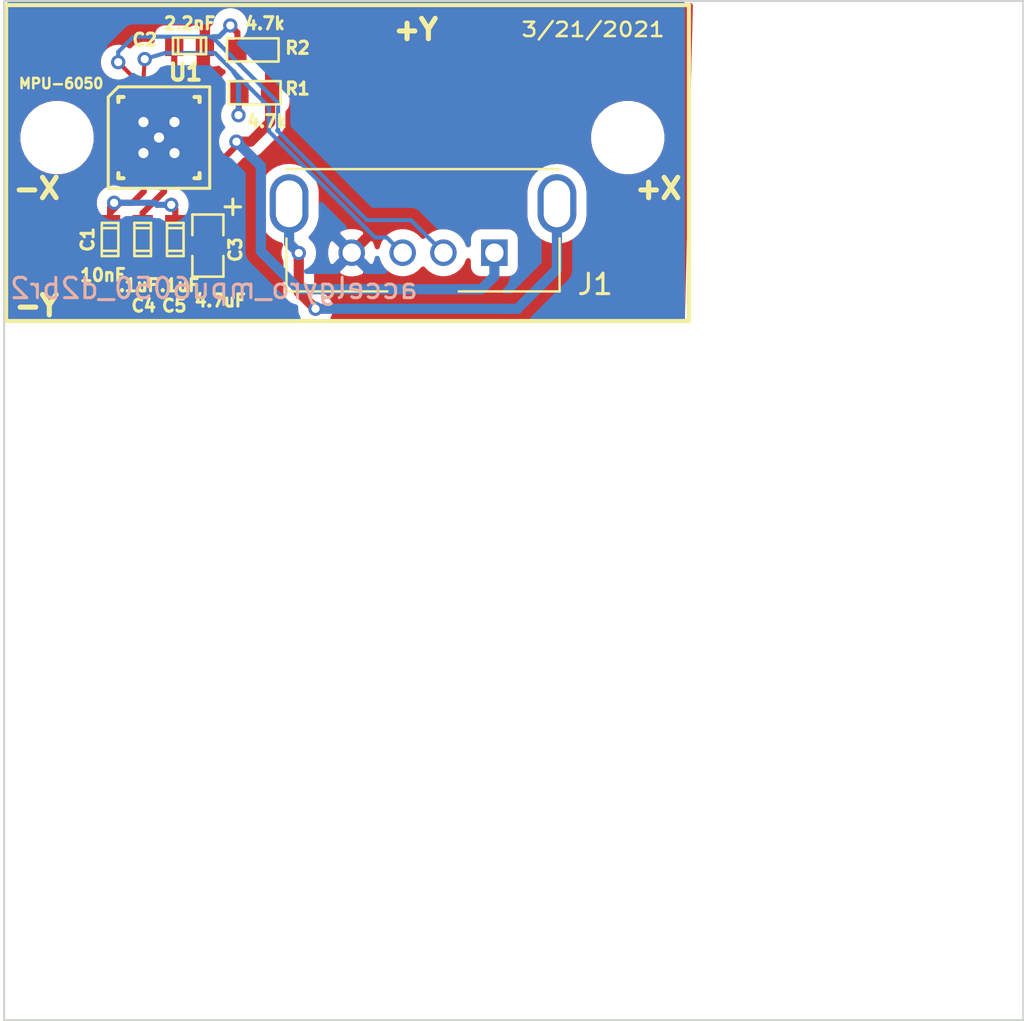
<source format=kicad_pcb>
(kicad_pcb (version 20171130) (host pcbnew 5.1.9-73d0e3b20d~88~ubuntu18.04.1)

  (general
    (thickness 1.6)
    (drawings 14)
    (tracks 110)
    (zones 0)
    (modules 11)
    (nets 1)
  )

  (page A)
  (layers
    (0 F.Cu signal)
    (31 B.Cu signal)
    (32 B.Adhes user)
    (33 F.Adhes user)
    (34 B.Paste user)
    (35 F.Paste user)
    (36 B.SilkS user)
    (37 F.SilkS user)
    (38 B.Mask user)
    (39 F.Mask user)
    (40 Dwgs.User user)
    (41 Cmts.User user)
    (42 Eco1.User user)
    (43 Eco2.User user)
    (44 Edge.Cuts user)
  )

  (setup
    (last_trace_width 0.5)
    (user_trace_width 0.1)
    (user_trace_width 0.15)
    (user_trace_width 0.2)
    (user_trace_width 0.25)
    (user_trace_width 0.3)
    (user_trace_width 0.35)
    (user_trace_width 0.4)
    (user_trace_width 0.5)
    (user_trace_width 0.6)
    (user_trace_width 0.7)
    (user_trace_width 0.8)
    (user_trace_width 1)
    (trace_clearance 0.05)
    (zone_clearance 0.5)
    (zone_45_only no)
    (trace_min 0.1)
    (via_size 0.7)
    (via_drill 0.4)
    (via_min_size 0.7)
    (via_min_drill 0.4)
    (uvia_size 0.4)
    (uvia_drill 0.127)
    (uvias_allowed no)
    (uvia_min_size 0.4)
    (uvia_min_drill 0.127)
    (edge_width 0.1)
    (segment_width 0.2)
    (pcb_text_width 0.3)
    (pcb_text_size 1.5 1.5)
    (mod_edge_width 0.15)
    (mod_text_size 1 1)
    (mod_text_width 0.15)
    (pad_size 0.6 0.6)
    (pad_drill 0.3)
    (pad_to_mask_clearance 0)
    (aux_axis_origin 0 0)
    (visible_elements 7FFFFFFF)
    (pcbplotparams
      (layerselection 0x010fc_ffffffff)
      (usegerberextensions true)
      (usegerberattributes false)
      (usegerberadvancedattributes false)
      (creategerberjobfile false)
      (excludeedgelayer true)
      (linewidth 0.150000)
      (plotframeref false)
      (viasonmask false)
      (mode 1)
      (useauxorigin false)
      (hpglpennumber 1)
      (hpglpenspeed 20)
      (hpglpendiameter 15.000000)
      (psnegative false)
      (psa4output false)
      (plotreference true)
      (plotvalue true)
      (plotinvisibletext false)
      (padsonsilk false)
      (subtractmaskfromsilk false)
      (outputformat 1)
      (mirror false)
      (drillshape 0)
      (scaleselection 1)
      (outputdirectory "PCB/"))
  )

  (net 0 "")

  (net_class Default "This is the default net class."
    (clearance 0.05)
    (trace_width 0.5)
    (via_dia 0.7)
    (via_drill 0.4)
    (uvia_dia 0.4)
    (uvia_drill 0.127)
  )

  (module ted_capacitors:TED_SM0603_C (layer F.Cu) (tedit 5BF5AC1A) (tstamp 60582293)
    (at 143.4 103.7 270)
    (descr "SMT capacitor, 0603")
    (path /57C65F54)
    (fp_text reference C5 (at 3.25 0.05) (layer F.SilkS)
      (effects (font (size 0.6 0.6) (thickness 0.15)))
    )
    (fp_text value .1uF (at 2.25 -0.2) (layer F.SilkS)
      (effects (font (size 0.6 0.6) (thickness 0.15)))
    )
    (fp_line (start -0.8128 0.4064) (end -0.8128 -0.4064) (layer F.SilkS) (width 0.127))
    (fp_line (start 0.8128 0.4064) (end -0.8128 0.4064) (layer F.SilkS) (width 0.127))
    (fp_line (start 0.8128 -0.4064) (end 0.8128 0.4064) (layer F.SilkS) (width 0.127))
    (fp_line (start -0.8128 -0.4064) (end 0.8128 -0.4064) (layer F.SilkS) (width 0.127))
    (fp_line (start -0.5588 -0.381) (end -0.5588 0.4064) (layer F.SilkS) (width 0.127))
    (fp_line (start 0.5588 0.4064) (end 0.5588 -0.4064) (layer F.SilkS) (width 0.127))
    (pad 1 smd rect (at -0.75184 0 270) (size 0.89916 1.00076) (layers F.Cu F.Paste F.Mask)
      (clearance 0.1))
    (pad 2 smd rect (at 0.75184 0 270) (size 0.89916 1.00076) (layers F.Cu F.Paste F.Mask)
      (clearance 0.1))
    (model smd/capacitors/c_0603.wrl
      (at (xyz 0 0 0))
      (scale (xyz 1 1 1))
      (rotate (xyz 0 0 0))
    )
  )

  (module ted_ICs:TED_QFN24+1_NO_PASTE (layer F.Cu) (tedit 5BF5AA04) (tstamp 60582264)
    (at 142.6 98.7)
    (path /57C65137)
    (fp_text reference U1 (at 1.3 -3.2) (layer F.SilkS)
      (effects (font (size 0.8 0.8) (thickness 0.2)))
    )
    (fp_text value MPU-6050 (at -4.8 -2.65) (layer F.SilkS)
      (effects (font (size 0.5 0.5) (thickness 0.125)))
    )
    (fp_line (start 2.4892 -2.4892) (end 2.4892 2.4892) (layer F.SilkS) (width 0.14986))
    (fp_line (start 2.4892 2.4892) (end -2.4892 2.4892) (layer F.SilkS) (width 0.14986))
    (fp_line (start 1.99136 -1.99136) (end 1.99136 -1.74244) (layer F.SilkS) (width 0.20066))
    (fp_line (start 1.74244 -1.99136) (end 1.99136 -1.99136) (layer F.SilkS) (width 0.20066))
    (fp_line (start 1.99136 1.99136) (end 1.74244 1.99136) (layer F.SilkS) (width 0.20066))
    (fp_line (start 1.99136 1.74244) (end 1.99136 1.99136) (layer F.SilkS) (width 0.20066))
    (fp_line (start -1.99136 1.99136) (end -1.99136 1.74244) (layer F.SilkS) (width 0.20066))
    (fp_line (start -1.74244 1.99136) (end -1.99136 1.99136) (layer F.SilkS) (width 0.20066))
    (fp_line (start -1.99136 -1.99136) (end -1.74244 -1.99136) (layer F.SilkS) (width 0.20066))
    (fp_line (start -1.99136 -1.74244) (end -1.99136 -1.99136) (layer F.SilkS) (width 0.20066))
    (fp_line (start -2.4892 -1.99136) (end -1.99136 -2.4892) (layer F.SilkS) (width 0.14986))
    (fp_line (start -2.4892 -1.99136) (end -2.4892 2.4892) (layer F.SilkS) (width 0.14986))
    (fp_line (start -1.99136 -2.4892) (end 2.4892 -2.4892) (layer F.SilkS) (width 0.14986))
    (pad 25 smd rect (at 0 0 270) (size 2.49936 2.49936) (layers B.Cu B.Mask)
      (zone_connect 2))
    (pad 25 thru_hole circle (at -0.762 0.762 270) (size 0.6 0.6) (drill 0.5) (layers *.Cu)
      (zone_connect 2))
    (pad 25 thru_hole circle (at 0.762 0.762 270) (size 0.6 0.6) (drill 0.5) (layers *.Cu)
      (zone_connect 2))
    (pad 25 thru_hole circle (at -0.762 -0.762 270) (size 0.6 0.6) (drill 0.5) (layers *.Cu)
      (zone_connect 2))
    (pad 25 thru_hole circle (at 0.762 -0.762 270) (size 0.6 0.6) (drill 0.5) (layers *.Cu)
      (zone_connect 2))
    (pad 25 thru_hole circle (at 0 0 270) (size 0.6 0.6) (drill 0.5) (layers *.Cu)
      (zone_connect 2))
    (pad 24 smd oval (at -1.24968 -1.99898 270) (size 0.8001 0.24892) (layers F.Cu F.Paste F.Mask))
    (pad 23 smd oval (at -0.7493 -1.99898 270) (size 0.8001 0.24892) (layers F.Cu F.Paste F.Mask))
    (pad 22 smd oval (at -0.24892 -1.99898 270) (size 0.8001 0.24892) (layers F.Cu F.Paste F.Mask))
    (pad 21 smd oval (at 0.24892 -1.99898 270) (size 0.8001 0.24892) (layers F.Cu F.Paste F.Mask))
    (pad 20 smd oval (at 0.7493 -1.99898 270) (size 0.8001 0.24892) (layers F.Cu F.Paste F.Mask))
    (pad 19 smd oval (at 1.24968 -1.99898 270) (size 0.8001 0.24892) (layers F.Cu F.Paste F.Mask))
    (pad 18 smd oval (at 1.99898 -1.24968 180) (size 0.8001 0.24892) (layers F.Cu F.Paste F.Mask))
    (pad 17 smd oval (at 1.99898 -0.7493 180) (size 0.8001 0.24892) (layers F.Cu F.Paste F.Mask))
    (pad 16 smd oval (at 1.99898 -0.24892 180) (size 0.8001 0.24892) (layers F.Cu F.Paste F.Mask))
    (pad 15 smd oval (at 1.99898 0.24892 180) (size 0.8001 0.24892) (layers F.Cu F.Paste F.Mask))
    (pad 14 smd oval (at 1.99898 0.7493 180) (size 0.8001 0.24892) (layers F.Cu F.Paste F.Mask))
    (pad 13 smd oval (at 1.99898 1.24968 180) (size 0.8001 0.24892) (layers F.Cu F.Paste F.Mask))
    (pad 12 smd oval (at 1.24968 1.99898 90) (size 0.8001 0.24892) (layers F.Cu F.Paste F.Mask))
    (pad 11 smd oval (at 0.7493 1.99898 90) (size 0.8001 0.24892) (layers F.Cu F.Paste F.Mask))
    (pad 10 smd oval (at 0.24892 1.99898 90) (size 0.8001 0.24892) (layers F.Cu F.Paste F.Mask))
    (pad 9 smd oval (at -0.24892 1.99898 90) (size 0.8001 0.24892) (layers F.Cu F.Paste F.Mask))
    (pad 8 smd oval (at -0.7493 1.99898 90) (size 0.8001 0.24892) (layers F.Cu F.Paste F.Mask))
    (pad 7 smd oval (at -1.24968 1.99898 90) (size 0.8001 0.24892) (layers F.Cu F.Paste F.Mask))
    (pad 6 smd oval (at -1.99898 1.24968) (size 0.8001 0.24892) (layers F.Cu F.Paste F.Mask))
    (pad 5 smd oval (at -1.99898 0.7493) (size 0.8001 0.24892) (layers F.Cu F.Paste F.Mask))
    (pad 4 smd oval (at -1.99898 0.24892) (size 0.8001 0.24892) (layers F.Cu F.Paste F.Mask))
    (pad 3 smd oval (at -1.99898 -0.24892) (size 0.8001 0.24892) (layers F.Cu F.Paste F.Mask))
    (pad 2 smd oval (at -1.99898 -0.7493) (size 0.8001 0.24892) (layers F.Cu F.Paste F.Mask))
    (pad 1 smd oval (at -1.99898 -1.24968) (size 0.8001 0.24892) (layers F.Cu F.Paste F.Mask))
    (pad 25 smd rect (at 0 0 270) (size 2.49936 2.49936) (layers F.Cu F.Mask)
      (zone_connect 2))
    (model smd/qfn24.wrl
      (at (xyz 0 0 0))
      (scale (xyz 1 1 1))
      (rotate (xyz 0 0 0))
    )
  )

  (module ted_holes:TED_Hole_2_6mm (layer F.Cu) (tedit 0) (tstamp 6058224D)
    (at 165.6 98.7)
    (path /539CBE67)
    (fp_text reference H2 (at -0.05 -2.425) (layer F.SilkS) hide
      (effects (font (size 1 1) (thickness 0.15)))
    )
    (fp_text value HOLE (at 0.25 2.6) (layer F.SilkS) hide
      (effects (font (size 1 1) (thickness 0.15)))
    )
    (pad "" np_thru_hole circle (at 0 0) (size 2.6 2.6) (drill 2.6) (layers *.Cu *.Mask F.SilkS))
  )

  (module ted_capacitors:TED_SM0603_C (layer F.Cu) (tedit 5BF5AC1D) (tstamp 60582241)
    (at 141.8 103.7 270)
    (descr "SMT capacitor, 0603")
    (path /52A5541B)
    (fp_text reference C4 (at 3.25 -0.05) (layer F.SilkS)
      (effects (font (size 0.6 0.6) (thickness 0.15)))
    )
    (fp_text value .1uF (at 2.25 0.2) (layer F.SilkS)
      (effects (font (size 0.6 0.6) (thickness 0.15)))
    )
    (fp_line (start -0.8128 0.4064) (end -0.8128 -0.4064) (layer F.SilkS) (width 0.127))
    (fp_line (start 0.8128 0.4064) (end -0.8128 0.4064) (layer F.SilkS) (width 0.127))
    (fp_line (start 0.8128 -0.4064) (end 0.8128 0.4064) (layer F.SilkS) (width 0.127))
    (fp_line (start -0.8128 -0.4064) (end 0.8128 -0.4064) (layer F.SilkS) (width 0.127))
    (fp_line (start -0.5588 -0.381) (end -0.5588 0.4064) (layer F.SilkS) (width 0.127))
    (fp_line (start 0.5588 0.4064) (end 0.5588 -0.4064) (layer F.SilkS) (width 0.127))
    (pad 1 smd rect (at -0.75184 0 270) (size 0.89916 1.00076) (layers F.Cu F.Paste F.Mask)
      (clearance 0.1))
    (pad 2 smd rect (at 0.75184 0 270) (size 0.89916 1.00076) (layers F.Cu F.Paste F.Mask)
      (clearance 0.1))
    (model smd/capacitors/c_0603.wrl
      (at (xyz 0 0 0))
      (scale (xyz 1 1 1))
      (rotate (xyz 0 0 0))
    )
  )

  (module ted_resistors:TED_SM0603_R (layer F.Cu) (tedit 590515EF) (tstamp 60582213)
    (at 147.2 94.4 180)
    (descr "SMT resistor, 0603")
    (path /606043D1)
    (fp_text reference R2 (at -2.2 0.1) (layer F.SilkS)
      (effects (font (size 0.6 0.6) (thickness 0.15)))
    )
    (fp_text value 4.7k (at -0.6 1.3) (layer F.SilkS)
      (effects (font (size 0.6 0.6) (thickness 0.15)))
    )
    (fp_line (start -1.27 -0.57) (end -1.27 0.57) (layer F.SilkS) (width 0.127))
    (fp_line (start 1.27 -0.57) (end 1.27 0.57) (layer F.SilkS) (width 0.127))
    (fp_line (start -1.25 -0.57) (end 1.25 -0.57) (layer F.SilkS) (width 0.127))
    (fp_line (start 1.25 0.57) (end -1.25 0.57) (layer F.SilkS) (width 0.127))
    (pad 2 smd rect (at 0.75184 0 180) (size 0.89916 1.00076) (layers F.Cu F.Paste F.Mask)
      (clearance 0.1))
    (pad 1 smd rect (at -0.75184 0 180) (size 0.89916 1.00076) (layers F.Cu F.Paste F.Mask)
      (clearance 0.1))
    (model smd/capacitors/c_0603.wrl
      (at (xyz 0 0 0))
      (scale (xyz 1 1 1))
      (rotate (xyz 0 0 0))
    )
  )

  (module ted_capacitors:TED_SM0603_C (layer F.Cu) (tedit 5BF5AC07) (tstamp 60582203)
    (at 140.2 103.7 270)
    (descr "SMT capacitor, 0603")
    (path /52959381)
    (fp_text reference C1 (at 0 1.1 270) (layer F.SilkS)
      (effects (font (size 0.6 0.6) (thickness 0.15)))
    )
    (fp_text value 10nF (at 1.75 0.35) (layer F.SilkS)
      (effects (font (size 0.6 0.6) (thickness 0.15)))
    )
    (fp_line (start -0.8128 0.4064) (end -0.8128 -0.4064) (layer F.SilkS) (width 0.127))
    (fp_line (start 0.8128 0.4064) (end -0.8128 0.4064) (layer F.SilkS) (width 0.127))
    (fp_line (start 0.8128 -0.4064) (end 0.8128 0.4064) (layer F.SilkS) (width 0.127))
    (fp_line (start -0.8128 -0.4064) (end 0.8128 -0.4064) (layer F.SilkS) (width 0.127))
    (fp_line (start -0.5588 -0.381) (end -0.5588 0.4064) (layer F.SilkS) (width 0.127))
    (fp_line (start 0.5588 0.4064) (end 0.5588 -0.4064) (layer F.SilkS) (width 0.127))
    (pad 1 smd rect (at -0.75184 0 270) (size 0.89916 1.00076) (layers F.Cu F.Paste F.Mask)
      (clearance 0.1))
    (pad 2 smd rect (at 0.75184 0 270) (size 0.89916 1.00076) (layers F.Cu F.Paste F.Mask)
      (clearance 0.1))
    (model smd/capacitors/c_0603.wrl
      (at (xyz 0 0 0))
      (scale (xyz 1 1 1))
      (rotate (xyz 0 0 0))
    )
  )

  (module ted_capacitors:TED_SM2012_0805_ELEC_C (layer F.Cu) (tedit 5BF5ABDC) (tstamp 605821F5)
    (at 145 104 270)
    (path /54A72EF7)
    (attr smd)
    (fp_text reference C3 (at 0.2 -1.35 270) (layer F.SilkS)
      (effects (font (size 0.6 0.6) (thickness 0.15)))
    )
    (fp_text value 4.7uF (at 2.7 -0.6 180) (layer F.SilkS)
      (effects (font (size 0.6 0.6) (thickness 0.15)))
    )
    (fp_line (start 1.524 0.762) (end 0.508 0.762) (layer F.SilkS) (width 0.127))
    (fp_line (start 1.524 -0.762) (end 1.524 0.762) (layer F.SilkS) (width 0.127))
    (fp_line (start 0.508 -0.762) (end 1.524 -0.762) (layer F.SilkS) (width 0.127))
    (fp_line (start -1.524 -0.762) (end -0.508 -0.762) (layer F.SilkS) (width 0.127))
    (fp_line (start -1.524 0.762) (end -1.524 -0.762) (layer F.SilkS) (width 0.127))
    (fp_line (start -0.508 0.762) (end -1.524 0.762) (layer F.SilkS) (width 0.127))
    (fp_text user + (at -1.9 -1.15 270) (layer F.SilkS)
      (effects (font (size 1 1) (thickness 0.15)))
    )
    (pad 2 smd rect (at 0.9525 0 270) (size 0.889 1.397) (layers F.Cu F.Paste F.Mask))
    (pad 1 smd rect (at -0.9525 0 270) (size 0.889 1.397) (layers F.Cu F.Paste F.Mask))
    (model smd/chip_cms.wrl
      (at (xyz 0 0 0))
      (scale (xyz 0.1 0.1 0.1))
      (rotate (xyz 0 0 0))
    )
  )

  (module ted_connectors:TED_USB_A_VERTICAL (layer F.Cu) (tedit 5FD3189F) (tstamp 605821D0)
    (at 155.556 103.348 180)
    (descr https://www.molex.com/pdm_docs/sd/1050570001_sd.pdf)
    (tags "USB A Vertical")
    (path /60286078)
    (fp_text reference J1 (at -8.444 -2.552) (layer F.SilkS)
      (effects (font (size 1 1) (thickness 0.15)))
    )
    (fp_text value USB_A (at 0 4.4) (layer F.Fab)
      (effects (font (size 1 1) (thickness 0.15)))
    )
    (fp_line (start 6.7 3.1) (end -6.7 3.1) (layer F.SilkS) (width 0.12))
    (fp_line (start 6.7 -2.9) (end 1.75 -2.9) (layer F.SilkS) (width 0.12))
    (fp_line (start 6.7 -2.9) (end 6.7 -0.3) (layer F.SilkS) (width 0.12))
    (fp_line (start -6.7 -2.9) (end -6.7 -0.3) (layer F.SilkS) (width 0.12))
    (fp_line (start -6.7 -2.9) (end -1.75 -2.9) (layer F.SilkS) (width 0.12))
    (fp_line (start 6.55 2.96) (end -2.85 2.96) (layer F.Fab) (width 0.1))
    (fp_line (start -4.15 2.96) (end -6.55 2.96) (layer F.Fab) (width 0.1))
    (fp_line (start -3.5 2.2) (end -2.85 2.96) (layer F.Fab) (width 0.1))
    (fp_line (start -4.15 2.96) (end -3.5 2.2) (layer F.Fab) (width 0.1))
    (fp_line (start -8.02 -4.23) (end 8.02 -4.23) (layer F.CrtYd) (width 0.05))
    (fp_line (start -8.02 3.46) (end -8.02 -4.23) (layer F.CrtYd) (width 0.05))
    (fp_line (start 8.02 3.46) (end -8.02 3.46) (layer F.CrtYd) (width 0.05))
    (fp_line (start 8.02 -4.23) (end 8.02 3.46) (layer F.CrtYd) (width 0.05))
    (fp_line (start -6.55 2.96) (end -6.55 -2.76) (layer F.Fab) (width 0.1))
    (fp_line (start 6.55 -2.76) (end 6.55 2.96) (layer F.Fab) (width 0.1))
    (fp_line (start -6.55 -2.76) (end 6.55 -2.76) (layer F.Fab) (width 0.1))
    (fp_text user %R (at -0.05 -0.15) (layer F.Fab)
      (effects (font (size 1 1) (thickness 0.15)))
    )
    (pad 5 thru_hole oval (at 6.57 1.4 180) (size 1.9 2.9) (drill oval 1.3 2.3) (layers *.Cu *.Mask))
    (pad 5 thru_hole oval (at -6.57 1.4) (size 1.9 2.9) (drill oval 1.3 2.3) (layers *.Cu *.Mask))
    (pad 4 thru_hole circle (at 3.5 -1 180) (size 1.3 1.3) (drill 0.9) (layers *.Cu *.Mask))
    (pad 3 thru_hole circle (at 1 -1 180) (size 1.3 1.3) (drill 0.9) (layers *.Cu *.Mask))
    (pad 2 thru_hole circle (at -1 -1 180) (size 1.3 1.3) (drill 0.9) (layers *.Cu *.Mask))
    (pad 1 thru_hole rect (at -3.5 -1 180) (size 1.3 1.3) (drill 0.9) (layers *.Cu *.Mask))
    (model ${KISYS3DMOD}/Connector_USB.3dshapes/USB_A_Molex_105057_Vertical.wrl
      (at (xyz 0 0 0))
      (scale (xyz 1 1 1))
      (rotate (xyz 0 0 0))
    )
  )

  (module ted_holes:TED_Hole_2_6mm (layer F.Cu) (tedit 0) (tstamp 605821B8)
    (at 137.6 98.7)
    (path /5365C78C)
    (fp_text reference H1 (at -0.05 -2.425) (layer F.SilkS) hide
      (effects (font (size 1 1) (thickness 0.15)))
    )
    (fp_text value HOLE (at 0.25 2.6) (layer F.SilkS) hide
      (effects (font (size 1 1) (thickness 0.15)))
    )
    (pad "" np_thru_hole circle (at 0 0) (size 2.6 2.6) (drill 2.6) (layers *.Cu *.Mask F.SilkS))
  )

  (module ted_resistors:TED_SM0603_R (layer F.Cu) (tedit 590515EF) (tstamp 6058219C)
    (at 147.3 96.5 180)
    (descr "SMT resistor, 0603")
    (path /60600AFC)
    (fp_text reference R1 (at -2.1 0.2) (layer F.SilkS)
      (effects (font (size 0.6 0.6) (thickness 0.15)))
    )
    (fp_text value 4.7k (at -0.6 -1.4) (layer F.SilkS)
      (effects (font (size 0.6 0.6) (thickness 0.15)))
    )
    (fp_line (start 1.25 0.57) (end -1.25 0.57) (layer F.SilkS) (width 0.127))
    (fp_line (start -1.25 -0.57) (end 1.25 -0.57) (layer F.SilkS) (width 0.127))
    (fp_line (start 1.27 -0.57) (end 1.27 0.57) (layer F.SilkS) (width 0.127))
    (fp_line (start -1.27 -0.57) (end -1.27 0.57) (layer F.SilkS) (width 0.127))
    (pad 1 smd rect (at -0.75184 0 180) (size 0.89916 1.00076) (layers F.Cu F.Paste F.Mask)
      (clearance 0.1))
    (pad 2 smd rect (at 0.75184 0 180) (size 0.89916 1.00076) (layers F.Cu F.Paste F.Mask)
      (clearance 0.1))
    (model smd/capacitors/c_0603.wrl
      (at (xyz 0 0 0))
      (scale (xyz 1 1 1))
      (rotate (xyz 0 0 0))
    )
  )

  (module ted_capacitors:TED_SM0603_C (layer F.Cu) (tedit 5BF5AA08) (tstamp 6058218C)
    (at 144.1 94.2)
    (descr "SMT capacitor, 0603")
    (path /57C66146)
    (fp_text reference C2 (at -2.2 -0.3) (layer F.SilkS)
      (effects (font (size 0.6 0.6) (thickness 0.15)))
    )
    (fp_text value 2.2nF (at 0 -1.1 180) (layer F.SilkS)
      (effects (font (size 0.6 0.6) (thickness 0.15)))
    )
    (fp_line (start -0.8128 0.4064) (end -0.8128 -0.4064) (layer F.SilkS) (width 0.127))
    (fp_line (start 0.8128 0.4064) (end -0.8128 0.4064) (layer F.SilkS) (width 0.127))
    (fp_line (start 0.8128 -0.4064) (end 0.8128 0.4064) (layer F.SilkS) (width 0.127))
    (fp_line (start -0.8128 -0.4064) (end 0.8128 -0.4064) (layer F.SilkS) (width 0.127))
    (fp_line (start -0.5588 -0.381) (end -0.5588 0.4064) (layer F.SilkS) (width 0.127))
    (fp_line (start 0.5588 0.4064) (end 0.5588 -0.4064) (layer F.SilkS) (width 0.127))
    (pad 1 smd rect (at -0.75184 0) (size 0.89916 1.00076) (layers F.Cu F.Paste F.Mask)
      (clearance 0.1))
    (pad 2 smd rect (at 0.75184 0) (size 0.89916 1.00076) (layers F.Cu F.Paste F.Mask)
      (clearance 0.1))
    (model smd/capacitors/c_0603.wrl
      (at (xyz 0 0 0))
      (scale (xyz 1 1 1))
      (rotate (xyz 0 0 0))
    )
  )

  (gr_line (start 135.1 107.7) (end 168.6 107.7) (angle 90) (layer F.SilkS) (width 0.2) (tstamp 6058225C))
  (gr_line (start 168.6 92.2) (end 135.1 92.2) (angle 90) (layer F.SilkS) (width 0.2) (tstamp 6058224C))
  (gr_text +Y (at 155.2 93.4) (layer F.SilkS) (tstamp 60582240)
    (effects (font (size 1 1) (thickness 0.25)))
  )
  (gr_text -Y (at 136.6 106.95) (layer F.SilkS) (tstamp 60582238)
    (effects (font (size 1 1) (thickness 0.25)))
  )
  (gr_line (start 135.1 92.2) (end 135.1 107.7) (angle 90) (layer F.SilkS) (width 0.2) (tstamp 60582228))
  (gr_text accelgyro_mpu6050_d2br2 (at 145.3 106.1) (layer B.SilkS) (tstamp 6058221D)
    (effects (font (size 1 1) (thickness 0.15)) (justify mirror))
  )
  (gr_text +X (at 167.1 101.2) (layer F.SilkS) (tstamp 60582201)
    (effects (font (size 1 1) (thickness 0.25)))
  )
  (gr_text -X (at 136.6 101.2) (layer F.SilkS) (tstamp 605821EF)
    (effects (font (size 1 1) (thickness 0.25)))
  )
  (gr_text 3/21/2021 (at 163.9 93.4) (layer F.SilkS) (tstamp 605821CF)
    (effects (font (size 0.7 0.8) (thickness 0.125)))
  )
  (gr_line (start 168.6 107.7) (end 168.6 92.2) (angle 90) (layer F.SilkS) (width 0.2) (tstamp 6058218B))
  (gr_line (start 135 142) (end 185 142) (angle 90) (layer Edge.Cuts) (width 0.1))
  (gr_line (start 185 92) (end 185 142) (angle 90) (layer Edge.Cuts) (width 0.1))
  (gr_line (start 135 92) (end 185 92) (angle 90) (layer Edge.Cuts) (width 0.1))
  (gr_line (start 135 92) (end 135 142) (angle 90) (layer Edge.Cuts) (width 0.1))

  (segment (start 143.4 105.9) (end 143.4 104.45184) (width 0.5) (layer F.Cu) (net 0) (tstamp 60582198) (status 20))
  (segment (start 143.65 106.15) (end 143.4 105.9) (width 0.5) (layer F.Cu) (net 0) (tstamp 60582199))
  (segment (start 144.59898 97.45032) (end 143.99893 97.45032) (width 0.2) (layer F.Cu) (net 0) (tstamp 6058219A) (status 10))
  (segment (start 141.35032 97.45032) (end 141.838 97.938) (width 0.2) (layer F.Cu) (net 0) (tstamp 6058219B) (status 30))
  (segment (start 142.05 106.15) (end 141.8 105.9) (width 0.5) (layer F.Cu) (net 0) (tstamp 605821AA))
  (segment (start 144.15 106.15) (end 142.9 106.15) (width 0.5) (layer F.Cu) (net 0) (tstamp 605821AD))
  (segment (start 140.60102 97.45032) (end 141.35032 97.45032) (width 0.2) (layer F.Cu) (net 0) (tstamp 605821AF) (status 30))
  (segment (start 142.35108 98.94892) (end 142.6 98.7) (width 0.2) (layer F.Cu) (net 0) (tstamp 605821B0) (status 30))
  (segment (start 142.9 106.15) (end 140.85 106.15) (width 0.5) (layer F.Cu) (net 0) (tstamp 605821B4))
  (segment (start 141.8 105.9) (end 141.8 104.45184) (width 0.5) (layer F.Cu) (net 0) (tstamp 605821BD) (status 20))
  (segment (start 144.59898 97.45032) (end 144.59898 94.45286) (width 0.3) (layer F.Cu) (net 0) (tstamp 605821C2))
  (segment (start 142.9 106.15) (end 142.05 106.15) (width 0.5) (layer F.Cu) (net 0) (tstamp 605821EE))
  (segment (start 140.2 105.5) (end 140.2 104.45184) (width 0.5) (layer F.Cu) (net 0) (tstamp 6058220F) (status 20))
  (segment (start 143.99893 97.45032) (end 142.74925 98.7) (width 0.2) (layer F.Cu) (net 0) (tstamp 60582210) (status 20))
  (segment (start 142.74925 98.7) (end 142.6 98.7) (width 0.2) (layer F.Cu) (net 0) (tstamp 6058221C) (status 30))
  (segment (start 143.3493 100.69898) (end 143.3493 99.4493) (width 0.2) (layer F.Cu) (net 0) (tstamp 6058221F) (status 30))
  (segment (start 143.84968 97.45032) (end 142.6 98.7) (width 0.3) (layer F.Cu) (net 0) (tstamp 60582226) (status 30))
  (segment (start 142.35108 100.69898) (end 142.35108 98.94892) (width 0.2) (layer F.Cu) (net 0) (tstamp 60582230) (status 30))
  (segment (start 143.3493 99.4493) (end 142.6 98.7) (width 0.2) (layer F.Cu) (net 0) (tstamp 60582231) (status 30))
  (segment (start 145 105.897) (end 145 104.9525) (width 0.5) (layer F.Cu) (net 0) (tstamp 60582236) (status 20))
  (segment (start 145 105.897) (end 144.747 106.15) (width 0.5) (layer F.Cu) (net 0) (tstamp 60582237))
  (segment (start 141.35032 97.45032) (end 142.6 98.7) (width 0.3) (layer F.Cu) (net 0) (tstamp 6058223A) (status 30))
  (segment (start 144.15 106.15) (end 143.65 106.15) (width 0.5) (layer F.Cu) (net 0) (tstamp 6058223F))
  (segment (start 144.747 106.15) (end 144.15 106.15) (width 0.5) (layer F.Cu) (net 0) (tstamp 60582253))
  (segment (start 144.59898 94.45286) (end 144.85184 94.2) (width 0.3) (layer F.Cu) (net 0) (tstamp 60582257))
  (segment (start 140.85 106.15) (end 140.2 105.5) (width 0.5) (layer F.Cu) (net 0) (tstamp 60582260))
  (via (at 146.5 97.6) (size 0.7) (drill 0.4) (layers F.Cu B.Cu) (net 0) (tstamp 605821B2))
  (segment (start 154.556 104.348) (end 154.524 104.348) (width 0.2) (layer B.Cu) (net 0) (tstamp 605821B5) (status 30))
  (segment (start 148 98.4) (end 148 97.2) (width 0.2) (layer B.Cu) (net 0) (tstamp 605821B6))
  (segment (start 146.25 95.45) (end 145.35 94.55) (width 0.2) (layer B.Cu) (net 0) (tstamp 605821BC))
  (segment (start 154.524 104.348) (end 153.778 103.602) (width 0.2) (layer B.Cu) (net 0) (tstamp 605821C4) (status 10))
  (segment (start 146.54816 96.5) (end 146.5 97.6) (width 0.3) (layer F.Cu) (net 0) (tstamp 605821F3))
  (segment (start 153.778 103.602) (end 153.202 103.602) (width 0.2) (layer B.Cu) (net 0) (tstamp 60582202))
  (segment (start 148 97.2) (end 146.25 95.45) (width 0.2) (layer B.Cu) (net 0) (tstamp 6058221E))
  (via (at 141.9 94.85) (size 0.7) (drill 0.4) (layers F.Cu B.Cu) (net 0) (tstamp 60582221))
  (segment (start 145.35 94.55) (end 142.9 94.55) (width 0.2) (layer B.Cu) (net 0) (tstamp 60582222))
  (segment (start 146.5 97.6) (end 146.5 95.8) (width 0.25) (layer B.Cu) (net 0) (tstamp 60582224))
  (segment (start 142.9 94.55) (end 141.9 94.85) (width 0.2) (layer B.Cu) (net 0) (tstamp 60582227))
  (segment (start 141.8507 95.5993) (end 141.8507 96.70102) (width 0.2) (layer F.Cu) (net 0) (tstamp 60582229) (status 20))
  (segment (start 146.5 95.8) (end 146.25 95.45) (width 0.25) (layer B.Cu) (net 0) (tstamp 6058222A))
  (segment (start 141.9 94.85) (end 141.8507 95.5993) (width 0.2) (layer F.Cu) (net 0) (tstamp 6058225B))
  (segment (start 153.202 103.602) (end 148 98.4) (width 0.2) (layer B.Cu) (net 0) (tstamp 60582263))
  (segment (start 145.25 93.75) (end 145.25 93.804) (width 0.2) (layer B.Cu) (net 0) (tstamp 605821A8))
  (segment (start 148.444 96.998) (end 148.444 98.306) (width 0.2) (layer B.Cu) (net 0) (tstamp 605821B3))
  (segment (start 141.35 93.75) (end 140.6 94.5) (width 0.2) (layer B.Cu) (net 0) (tstamp 605821B7))
  (segment (start 145.55 93.75) (end 145.25 93.75) (width 0.25) (layer B.Cu) (net 0) (tstamp 605821C5))
  (segment (start 145.25 93.75) (end 141.35 93.75) (width 0.2) (layer B.Cu) (net 0) (tstamp 605821CB))
  (via (at 140.6 95) (size 0.7) (drill 0.4) (layers F.Cu B.Cu) (net 0) (tstamp 605821CC))
  (segment (start 146.44816 93.54816) (end 146.1 93.2) (width 0.3) (layer F.Cu) (net 0) (tstamp 605821EC))
  (segment (start 146.1 93.2) (end 145.55 93.75) (width 0.25) (layer B.Cu) (net 0) (tstamp 605821ED))
  (segment (start 148.444 98.306) (end 148.4 98.35) (width 0.2) (layer B.Cu) (net 0) (tstamp 605821F0))
  (segment (start 152.8 102.75) (end 148.4 98.35) (width 0.2) (layer B.Cu) (net 0) (tstamp 605821F1))
  (segment (start 146.44816 94.4) (end 146.44816 93.54816) (width 0.3) (layer F.Cu) (net 0) (tstamp 60582220))
  (segment (start 141.35032 95.75032) (end 141.35032 96.70102) (width 0.2) (layer F.Cu) (net 0) (tstamp 6058222D) (status 20))
  (segment (start 140.6 95) (end 141.35032 95.75032) (width 0.2) (layer F.Cu) (net 0) (tstamp 60582234))
  (segment (start 153.614 102.75) (end 152.8 102.75) (width 0.2) (layer B.Cu) (net 0) (tstamp 60582235))
  (segment (start 145.25 93.804) (end 148.444 96.998) (width 0.2) (layer B.Cu) (net 0) (tstamp 60582252))
  (segment (start 140.6 94.5) (end 140.6 95) (width 0.2) (layer B.Cu) (net 0) (tstamp 60582255))
  (segment (start 154.958 102.75) (end 156.556 104.348) (width 0.2) (layer B.Cu) (net 0) (tstamp 60582256) (status 20))
  (via (at 146.1 93.2) (size 0.7) (drill 0.4) (layers F.Cu B.Cu) (net 0) (tstamp 6058225F))
  (segment (start 153.614 102.75) (end 154.958 102.75) (width 0.2) (layer B.Cu) (net 0) (tstamp 60582261))
  (segment (start 145.55032 99.94968) (end 146.5 99) (width 0.3) (layer F.Cu) (net 0) (tstamp 60582189))
  (segment (start 145 101.2) (end 145 103.0475) (width 0.3) (layer F.Cu) (net 0) (tstamp 60582197) (status 20))
  (segment (start 148.05184 97.94816) (end 148.05184 96.5) (width 0.5) (layer F.Cu) (net 0) (tstamp 605821A5))
  (segment (start 146.4 98.9) (end 147.6 100.1) (width 0.5) (layer B.Cu) (net 0) (tstamp 605821A6))
  (segment (start 140.2 102.1) (end 140.4 101.9) (width 0.3) (layer F.Cu) (net 0) (tstamp 605821A7))
  (segment (start 140.2 102.94816) (end 140.2 102.1) (width 0.3) (layer F.Cu) (net 0) (tstamp 605821A9) (status 10))
  (segment (start 142.5 102) (end 143.2 102) (width 0.3) (layer B.Cu) (net 0) (tstamp 605821AB))
  (via (at 143.2 102) (size 0.7) (drill 0.4) (layers F.Cu B.Cu) (net 0) (tstamp 605821AC))
  (segment (start 159.056 104.348) (end 159.056 105.498) (width 0.5) (layer B.Cu) (net 0) (tstamp 605821C0) (status 10))
  (segment (start 144.59898 99.94968) (end 145.55032 99.94968) (width 0.3) (layer F.Cu) (net 0) (tstamp 605821C1) (status 10))
  (segment (start 144.59898 99.94968) (end 144.59898 100.79898) (width 0.3) (layer F.Cu) (net 0) (tstamp 605821C6) (status 10))
  (segment (start 147.6 100.1) (end 147.6 104.282) (width 0.5) (layer B.Cu) (net 0) (tstamp 605821C7))
  (segment (start 142.4 101.9) (end 142.5 102) (width 0.3) (layer B.Cu) (net 0) (tstamp 605821CA))
  (segment (start 147.6 104.282) (end 149.46 106.142) (width 0.5) (layer B.Cu) (net 0) (tstamp 605821CE))
  (segment (start 159.056 105.498) (end 158.412 106.142) (width 0.5) (layer B.Cu) (net 0) (tstamp 605821EA))
  (segment (start 140.4 101.9) (end 142.4 101.9) (width 0.3) (layer B.Cu) (net 0) (tstamp 605821F4))
  (segment (start 140.2 102.4) (end 140.2 102.94816) (width 0.3) (layer F.Cu) (net 0) (tstamp 6058220E) (status 20))
  (segment (start 140.7 101.9) (end 140.2 102.4) (width 0.3) (layer F.Cu) (net 0) (tstamp 60582212))
  (segment (start 141.8507 101.3493) (end 141.3 101.9) (width 0.3) (layer F.Cu) (net 0) (tstamp 60582223))
  (segment (start 145 103.0475) (end 143.49934 103.0475) (width 0.3) (layer F.Cu) (net 0) (tstamp 60582225) (status 30))
  (segment (start 143.2 102) (end 143.4 102.2) (width 0.3) (layer F.Cu) (net 0) (tstamp 6058222B))
  (segment (start 143.4 102.2) (end 143.4 102.94816) (width 0.3) (layer F.Cu) (net 0) (tstamp 6058222C) (status 20))
  (segment (start 158.412 106.142) (end 157.588 106.142) (width 0.5) (layer B.Cu) (net 0) (tstamp 6058222E))
  (segment (start 148.05184 96.5) (end 148.05184 94.5) (width 0.5) (layer F.Cu) (net 0) (tstamp 6058222F))
  (via (at 140.4 101.9) (size 0.7) (drill 0.4) (layers F.Cu B.Cu) (net 0) (tstamp 60582239))
  (segment (start 148.05184 94.5) (end 147.95184 94.4) (width 0.5) (layer F.Cu) (net 0) (tstamp 6058223B))
  (segment (start 141.8507 100.69898) (end 141.8507 101.3493) (width 0.3) (layer F.Cu) (net 0) (tstamp 6058223C) (status 10))
  (segment (start 149.46 106.142) (end 157.588 106.142) (width 0.5) (layer B.Cu) (net 0) (tstamp 6058223D))
  (segment (start 144.59898 100.79898) (end 145 101.2) (width 0.3) (layer F.Cu) (net 0) (tstamp 6058223E))
  (segment (start 147.1 98.9) (end 148.05184 97.94816) (width 0.5) (layer F.Cu) (net 0) (tstamp 60582251))
  (via (at 146.4 98.9) (size 0.7) (drill 0.4) (layers F.Cu B.Cu) (net 0) (tstamp 60582254))
  (segment (start 141.3 101.9) (end 140.7 101.9) (width 0.3) (layer F.Cu) (net 0) (tstamp 60582258))
  (segment (start 146.4 98.9) (end 147.1 98.9) (width 0.5) (layer F.Cu) (net 0) (tstamp 6058225E))
  (segment (start 143.49934 103.0475) (end 143.4 102.94816) (width 0.3) (layer F.Cu) (net 0) (tstamp 60582262) (status 30))
  (segment (start 143.3493 96.70102) (end 143.3493 94.20114) (width 0.3) (layer F.Cu) (net 0) (tstamp 605821BE) (status 30))
  (segment (start 143.3493 94.20114) (end 143.34816 94.2) (width 0.3) (layer F.Cu) (net 0) (tstamp 605821BF) (status 30))
  (segment (start 142.84892 100.69898) (end 142.84892 101.35108) (width 0.3) (layer F.Cu) (net 0) (tstamp 605821C3) (status 10))
  (segment (start 142.84892 101.35108) (end 141.8 102.4) (width 0.3) (layer F.Cu) (net 0) (tstamp 605821CD))
  (segment (start 141.8 102.4) (end 141.8 102.94816) (width 0.3) (layer F.Cu) (net 0) (tstamp 60582259) (status 20))
  (segment (start 150.28 107.1) (end 159.816 107.1) (width 0.5) (layer B.Cu) (net 0) (tstamp 6058218A))
  (segment (start 148.986 103.89) (end 149.46 104.364) (width 0.5) (layer B.Cu) (net 0) (tstamp 605821AE))
  (segment (start 149.46 104.364) (end 149.46 106.28) (width 0.5) (layer F.Cu) (net 0) (tstamp 605821B1))
  (segment (start 160.186 107.1) (end 162.126 105.16) (width 0.5) (layer B.Cu) (net 0) (tstamp 605821C8))
  (via (at 150.28 107.1) (size 0.7) (drill 0.4) (layers F.Cu B.Cu) (net 0) (tstamp 605821C9))
  (segment (start 162.126 105.16) (end 162.126 101.948) (width 0.5) (layer B.Cu) (net 0) (tstamp 605821F2) (status 20))
  (segment (start 159.816 107.1) (end 160.186 107.1) (width 0.5) (layer B.Cu) (net 0) (tstamp 60582211))
  (segment (start 149.46 106.28) (end 150.28 107.1) (width 0.5) (layer F.Cu) (net 0) (tstamp 60582232))
  (segment (start 148.986 101.948) (end 148.986 103.89) (width 0.5) (layer B.Cu) (net 0) (tstamp 60582233) (status 10))
  (via (at 149.46 104.364) (size 0.7) (drill 0.4) (layers F.Cu B.Cu) (net 0) (tstamp 6058225D))

  (zone (net 0) (net_name "") (layer B.Cu) (tstamp 6058225A) (hatch edge 0.508)
    (connect_pads (clearance 0.5))
    (min_thickness 0.254)
    (fill yes (arc_segments 16) (thermal_gap 0.508) (thermal_bridge_width 0.508))
    (polygon
      (pts
        (xy 134.8 92) (xy 168.4 92) (xy 168.4 107.7) (xy 134.8 107.7)
      )
    )
    (filled_polygon
      (pts
        (xy 168.273 107.573) (xy 160.953265 107.573) (xy 162.715669 105.810596) (xy 162.749133 105.783133) (xy 162.858727 105.649592)
        (xy 162.940162 105.497237) (xy 162.99031 105.331922) (xy 163.003 105.203079) (xy 163.003 105.20307) (xy 163.007242 105.160001)
        (xy 163.003 105.116931) (xy 163.003 103.767375) (xy 163.006373 103.765572) (xy 163.246503 103.568503) (xy 163.443572 103.328373)
        (xy 163.590007 103.054412) (xy 163.680182 102.757146) (xy 163.703 102.525469) (xy 163.703 101.370531) (xy 163.680182 101.138854)
        (xy 163.590007 100.841588) (xy 163.443572 100.567627) (xy 163.246503 100.327497) (xy 163.006372 100.130428) (xy 162.732411 99.983993)
        (xy 162.435145 99.893818) (xy 162.126 99.86337) (xy 161.816854 99.893818) (xy 161.519588 99.983993) (xy 161.245627 100.130428)
        (xy 161.005497 100.327497) (xy 160.808428 100.567628) (xy 160.661993 100.841589) (xy 160.571818 101.138855) (xy 160.549 101.370532)
        (xy 160.549 102.525469) (xy 160.571818 102.757146) (xy 160.661993 103.054412) (xy 160.808428 103.328373) (xy 161.005498 103.568503)
        (xy 161.245628 103.765572) (xy 161.249 103.767375) (xy 161.249 104.796735) (xy 159.822735 106.223) (xy 159.571265 106.223)
        (xy 159.645668 106.148597) (xy 159.679133 106.121133) (xy 159.788727 105.987592) (xy 159.870162 105.835237) (xy 159.92031 105.669922)
        (xy 159.922313 105.649591) (xy 159.928607 105.585686) (xy 159.947103 105.580075) (xy 160.056028 105.521853) (xy 160.151501 105.443501)
        (xy 160.229853 105.348028) (xy 160.288075 105.239103) (xy 160.323927 105.120913) (xy 160.336033 104.998) (xy 160.336033 103.698)
        (xy 160.323927 103.575087) (xy 160.288075 103.456897) (xy 160.229853 103.347972) (xy 160.151501 103.252499) (xy 160.056028 103.174147)
        (xy 159.947103 103.115925) (xy 159.828913 103.080073) (xy 159.706 103.067967) (xy 158.406 103.067967) (xy 158.283087 103.080073)
        (xy 158.164897 103.115925) (xy 158.055972 103.174147) (xy 157.960499 103.252499) (xy 157.882147 103.347972) (xy 157.823925 103.456897)
        (xy 157.788073 103.575087) (xy 157.775967 103.698) (xy 157.775967 103.956298) (xy 157.687663 103.743114) (xy 157.547911 103.53396)
        (xy 157.37004 103.356089) (xy 157.160886 103.216337) (xy 156.928487 103.120074) (xy 156.681774 103.071) (xy 156.430226 103.071)
        (xy 156.327555 103.091422) (xy 155.497326 102.261194) (xy 155.474554 102.233446) (xy 155.363853 102.142597) (xy 155.237557 102.07509)
        (xy 155.100517 102.03352) (xy 154.993708 102.023) (xy 154.958 102.019483) (xy 154.922292 102.023) (xy 153.101134 102.023)
        (xy 149.58834 98.510207) (xy 163.673 98.510207) (xy 163.673 98.889793) (xy 163.747053 99.262085) (xy 163.892315 99.612777)
        (xy 164.103201 99.928391) (xy 164.371609 100.196799) (xy 164.687223 100.407685) (xy 165.037915 100.552947) (xy 165.410207 100.627)
        (xy 165.789793 100.627) (xy 166.162085 100.552947) (xy 166.512777 100.407685) (xy 166.828391 100.196799) (xy 167.096799 99.928391)
        (xy 167.307685 99.612777) (xy 167.452947 99.262085) (xy 167.527 98.889793) (xy 167.527 98.510207) (xy 167.452947 98.137915)
        (xy 167.307685 97.787223) (xy 167.096799 97.471609) (xy 166.828391 97.203201) (xy 166.512777 96.992315) (xy 166.162085 96.847053)
        (xy 165.789793 96.773) (xy 165.410207 96.773) (xy 165.037915 96.847053) (xy 164.687223 96.992315) (xy 164.371609 97.203201)
        (xy 164.103201 97.471609) (xy 163.892315 97.787223) (xy 163.747053 98.137915) (xy 163.673 98.510207) (xy 149.58834 98.510207)
        (xy 149.171 98.092868) (xy 149.171 97.033707) (xy 149.174517 96.997999) (xy 149.16048 96.855482) (xy 149.11891 96.718443)
        (xy 149.115029 96.711182) (xy 149.051403 96.592147) (xy 148.960553 96.481446) (xy 148.932816 96.458683) (xy 146.546629 94.072497)
        (xy 146.562783 94.065806) (xy 146.722801 93.958885) (xy 146.858885 93.822801) (xy 146.965806 93.662783) (xy 147.039454 93.48498)
        (xy 147.077 93.296226) (xy 147.077 93.103774) (xy 147.039454 92.91502) (xy 146.965806 92.737217) (xy 146.858885 92.577199)
        (xy 146.722801 92.441115) (xy 146.562783 92.334194) (xy 146.38498 92.260546) (xy 146.196226 92.223) (xy 146.003774 92.223)
        (xy 145.81502 92.260546) (xy 145.637217 92.334194) (xy 145.477199 92.441115) (xy 145.341115 92.577199) (xy 145.234194 92.737217)
        (xy 145.160546 92.91502) (xy 145.142661 93.004934) (xy 145.102582 93.008881) (xy 145.056039 93.023) (xy 141.385707 93.023)
        (xy 141.349999 93.019483) (xy 141.207482 93.03352) (xy 141.175587 93.043195) (xy 141.070443 93.07509) (xy 140.944147 93.142597)
        (xy 140.833446 93.233446) (xy 140.810679 93.261189) (xy 140.111189 93.960679) (xy 140.083446 93.983447) (xy 139.992597 94.094148)
        (xy 139.933511 94.204689) (xy 139.92509 94.220444) (xy 139.893399 94.324915) (xy 139.841115 94.377199) (xy 139.734194 94.537217)
        (xy 139.660546 94.71502) (xy 139.623 94.903774) (xy 139.623 95.096226) (xy 139.660546 95.28498) (xy 139.734194 95.462783)
        (xy 139.841115 95.622801) (xy 139.977199 95.758885) (xy 140.137217 95.865806) (xy 140.31502 95.939454) (xy 140.503774 95.977)
        (xy 140.696226 95.977) (xy 140.88498 95.939454) (xy 141.062783 95.865806) (xy 141.222801 95.758885) (xy 141.334508 95.647178)
        (xy 141.437217 95.715806) (xy 141.61502 95.789454) (xy 141.803774 95.827) (xy 141.996226 95.827) (xy 142.18498 95.789454)
        (xy 142.362783 95.715806) (xy 142.522801 95.608885) (xy 142.658885 95.472801) (xy 142.735316 95.358415) (xy 143.006698 95.277)
        (xy 145.048868 95.277) (xy 145.599944 95.828076) (xy 145.616603 95.857033) (xy 145.748001 96.04099) (xy 145.748 96.970314)
        (xy 145.741115 96.977199) (xy 145.634194 97.137217) (xy 145.560546 97.31502) (xy 145.523 97.503774) (xy 145.523 97.696226)
        (xy 145.560546 97.88498) (xy 145.634194 98.062783) (xy 145.722849 98.195465) (xy 145.641115 98.277199) (xy 145.534194 98.437217)
        (xy 145.460546 98.61502) (xy 145.423 98.803774) (xy 145.423 98.996226) (xy 145.460546 99.18498) (xy 145.534194 99.362783)
        (xy 145.641115 99.522801) (xy 145.777199 99.658885) (xy 145.937217 99.765806) (xy 146.087995 99.82826) (xy 146.723 100.463265)
        (xy 146.723001 104.238911) (xy 146.718757 104.282) (xy 146.73569 104.453922) (xy 146.785838 104.619236) (xy 146.867274 104.771592)
        (xy 146.949406 104.871671) (xy 146.949409 104.871674) (xy 146.976868 104.905133) (xy 147.010327 104.932592) (xy 148.809403 106.731668)
        (xy 148.836867 106.765133) (xy 148.970408 106.874727) (xy 149.122763 106.956162) (xy 149.288078 107.00631) (xy 149.303 107.00778)
        (xy 149.303 107.196226) (xy 149.340546 107.38498) (xy 149.414194 107.562783) (xy 149.421021 107.573) (xy 135.277 107.573)
        (xy 135.277 101.803774) (xy 139.423 101.803774) (xy 139.423 101.996226) (xy 139.460546 102.18498) (xy 139.534194 102.362783)
        (xy 139.641115 102.522801) (xy 139.777199 102.658885) (xy 139.937217 102.765806) (xy 140.11502 102.839454) (xy 140.303774 102.877)
        (xy 140.496226 102.877) (xy 140.68498 102.839454) (xy 140.862783 102.765806) (xy 140.99569 102.677) (xy 142.118287 102.677)
        (xy 142.201216 102.721327) (xy 142.347681 102.765757) (xy 142.461834 102.777) (xy 142.461844 102.777) (xy 142.499999 102.780758)
        (xy 142.538155 102.777) (xy 142.60431 102.777) (xy 142.737217 102.865806) (xy 142.91502 102.939454) (xy 143.103774 102.977)
        (xy 143.296226 102.977) (xy 143.48498 102.939454) (xy 143.662783 102.865806) (xy 143.822801 102.758885) (xy 143.958885 102.622801)
        (xy 144.065806 102.462783) (xy 144.139454 102.28498) (xy 144.177 102.096226) (xy 144.177 101.903774) (xy 144.139454 101.71502)
        (xy 144.065806 101.537217) (xy 143.958885 101.377199) (xy 143.822801 101.241115) (xy 143.662783 101.134194) (xy 143.48498 101.060546)
        (xy 143.296226 101.023) (xy 143.103774 101.023) (xy 142.91502 101.060546) (xy 142.737217 101.134194) (xy 142.679434 101.172803)
        (xy 142.552319 101.134243) (xy 142.438166 101.123) (xy 142.438163 101.123) (xy 142.4 101.119241) (xy 142.361837 101.123)
        (xy 140.99569 101.123) (xy 140.862783 101.034194) (xy 140.68498 100.960546) (xy 140.496226 100.923) (xy 140.303774 100.923)
        (xy 140.11502 100.960546) (xy 139.937217 101.034194) (xy 139.777199 101.141115) (xy 139.641115 101.277199) (xy 139.534194 101.437217)
        (xy 139.460546 101.61502) (xy 139.423 101.803774) (xy 135.277 101.803774) (xy 135.277 98.510207) (xy 135.673 98.510207)
        (xy 135.673 98.889793) (xy 135.747053 99.262085) (xy 135.892315 99.612777) (xy 136.103201 99.928391) (xy 136.371609 100.196799)
        (xy 136.687223 100.407685) (xy 137.037915 100.552947) (xy 137.410207 100.627) (xy 137.789793 100.627) (xy 138.162085 100.552947)
        (xy 138.512777 100.407685) (xy 138.828391 100.196799) (xy 139.096799 99.928391) (xy 139.307685 99.612777) (xy 139.452947 99.262085)
        (xy 139.527 98.889793) (xy 139.527 98.510207) (xy 139.452947 98.137915) (xy 139.307685 97.787223) (xy 139.096799 97.471609)
        (xy 138.828391 97.203201) (xy 138.512777 96.992315) (xy 138.162085 96.847053) (xy 137.789793 96.773) (xy 137.410207 96.773)
        (xy 137.037915 96.847053) (xy 136.687223 96.992315) (xy 136.371609 97.203201) (xy 136.103201 97.471609) (xy 135.892315 97.787223)
        (xy 135.747053 98.137915) (xy 135.673 98.510207) (xy 135.277 98.510207) (xy 135.277 92.127) (xy 168.273 92.127)
      )
    )
    (filled_polygon
      (pts
        (xy 151.686497 103.11463) (xy 151.492104 103.186422) (xy 151.403466 103.233799) (xy 151.350078 103.462473) (xy 152.056 104.168395)
        (xy 152.070143 104.154253) (xy 152.249748 104.333858) (xy 152.235605 104.348) (xy 152.941527 105.053922) (xy 153.170201 105.000534)
        (xy 153.276095 104.770626) (xy 153.309953 104.629386) (xy 153.328074 104.720487) (xy 153.424337 104.952886) (xy 153.564089 105.16204)
        (xy 153.667049 105.265) (xy 152.754574 105.265) (xy 152.761922 105.233527) (xy 152.056 104.527605) (xy 151.350078 105.233527)
        (xy 151.357426 105.265) (xy 149.837817 105.265) (xy 149.922783 105.229806) (xy 150.082801 105.122885) (xy 150.218885 104.986801)
        (xy 150.325806 104.826783) (xy 150.399454 104.64898) (xy 150.437 104.460226) (xy 150.437 104.424455) (xy 150.767048 104.424455)
        (xy 150.80673 104.674449) (xy 150.894422 104.911896) (xy 150.941799 105.000534) (xy 151.170473 105.053922) (xy 151.876395 104.348)
        (xy 151.170473 103.642078) (xy 150.941799 103.695466) (xy 150.835905 103.925374) (xy 150.776898 104.171524) (xy 150.767048 104.424455)
        (xy 150.437 104.424455) (xy 150.437 104.267774) (xy 150.399454 104.07902) (xy 150.325806 103.901217) (xy 150.218885 103.741199)
        (xy 150.082801 103.605115) (xy 150.071275 103.597414) (xy 150.106503 103.568503) (xy 150.303572 103.328373) (xy 150.450007 103.054412)
        (xy 150.540182 102.757146) (xy 150.563 102.525469) (xy 150.563 101.991133)
      )
    )
  )
  (zone (net 0) (net_name "") (layer F.Cu) (tstamp 605821EB) (hatch edge 0.508)
    (connect_pads (clearance 0.5))
    (min_thickness 0.254)
    (fill yes (arc_segments 16) (thermal_gap 0.508) (thermal_bridge_width 0.508))
    (polygon
      (pts
        (xy 135.2 92.1) (xy 134.8 107.7) (xy 168.4 107.7) (xy 168.8 92.1)
      )
    )
    (filled_polygon
      (pts
        (xy 145.81502 92.260546) (xy 145.637217 92.334194) (xy 145.477199 92.441115) (xy 145.341115 92.577199) (xy 145.234194 92.737217)
        (xy 145.160546 92.91502) (xy 145.129099 93.073111) (xy 144.97884 93.22337) (xy 144.97884 94.073) (xy 144.99884 94.073)
        (xy 144.99884 94.327) (xy 144.97884 94.327) (xy 144.97884 95.17663) (xy 145.13759 95.33538) (xy 145.30142 95.338452)
        (xy 145.425902 95.326192) (xy 145.514792 95.299228) (xy 145.553079 95.345881) (xy 145.648552 95.424233) (xy 145.747137 95.476928)
        (xy 145.653079 95.554119) (xy 145.574727 95.649592) (xy 145.516505 95.758517) (xy 145.480653 95.876707) (xy 145.468547 95.99962)
        (xy 145.468547 96.965494) (xy 145.4021 96.889409) (xy 145.282535 96.797271) (xy 145.147293 96.730229) (xy 145.00157 96.69086)
        (xy 144.60114 96.69086) (xy 144.60114 96.388523) (xy 144.590266 96.278118) (xy 144.547297 96.136468) (xy 144.477519 96.005922)
        (xy 144.383613 95.891497) (xy 144.269188 95.797591) (xy 144.138642 95.727813) (xy 144.1263 95.724069) (xy 144.1263 95.272895)
        (xy 144.15808 95.289882) (xy 144.277778 95.326192) (xy 144.40226 95.338452) (xy 144.56609 95.33538) (xy 144.72484 95.17663)
        (xy 144.72484 94.327) (xy 144.70484 94.327) (xy 144.70484 94.073) (xy 144.72484 94.073) (xy 144.72484 93.22337)
        (xy 144.56609 93.06462) (xy 144.40226 93.061548) (xy 144.277778 93.073808) (xy 144.15808 93.110118) (xy 144.091514 93.145699)
        (xy 144.038843 93.117545) (xy 143.920653 93.081693) (xy 143.79774 93.069587) (xy 142.89858 93.069587) (xy 142.775667 93.081693)
        (xy 142.657477 93.117545) (xy 142.548552 93.175767) (xy 142.453079 93.254119) (xy 142.374727 93.349592) (xy 142.316505 93.458517)
        (xy 142.280653 93.576707) (xy 142.268547 93.69962) (xy 142.268547 93.94516) (xy 142.18498 93.910546) (xy 141.996226 93.873)
        (xy 141.803774 93.873) (xy 141.61502 93.910546) (xy 141.437217 93.984194) (xy 141.277199 94.091115) (xy 141.165492 94.202822)
        (xy 141.062783 94.134194) (xy 140.88498 94.060546) (xy 140.696226 94.023) (xy 140.503774 94.023) (xy 140.31502 94.060546)
        (xy 140.137217 94.134194) (xy 139.977199 94.241115) (xy 139.841115 94.377199) (xy 139.734194 94.537217) (xy 139.660546 94.71502)
        (xy 139.623 94.903774) (xy 139.623 95.096226) (xy 139.660546 95.28498) (xy 139.734194 95.462783) (xy 139.841115 95.622801)
        (xy 139.977199 95.758885) (xy 140.137217 95.865806) (xy 140.31502 95.939454) (xy 140.503774 95.977) (xy 140.548867 95.977)
        (xy 140.62332 96.051454) (xy 140.623321 96.233329) (xy 140.609734 96.278118) (xy 140.59886 96.388523) (xy 140.59886 96.69086)
        (xy 140.19843 96.69086) (xy 140.052707 96.730229) (xy 139.917465 96.797271) (xy 139.7979 96.889409) (xy 139.698608 97.003103)
        (xy 139.623405 97.133983) (xy 139.57532 97.331514) (xy 139.72472 97.45032) (xy 139.57532 97.569126) (xy 139.611198 97.716511)
        (xy 139.584844 97.803388) (xy 139.570335 97.9507) (xy 139.584844 98.098012) (xy 139.616052 98.20089) (xy 139.584844 98.303768)
        (xy 139.570335 98.45108) (xy 139.584844 98.598392) (xy 139.615666 98.7) (xy 139.584844 98.801608) (xy 139.570335 98.94892)
        (xy 139.584844 99.096232) (xy 139.616052 99.19911) (xy 139.584844 99.301988) (xy 139.570335 99.4493) (xy 139.584844 99.596612)
        (xy 139.616052 99.69949) (xy 139.584844 99.802368) (xy 139.570335 99.94968) (xy 139.584844 100.096992) (xy 139.627813 100.238642)
        (xy 139.697591 100.369188) (xy 139.791497 100.483613) (xy 139.905922 100.577519) (xy 140.036468 100.647297) (xy 140.178118 100.690266)
        (xy 140.288523 100.70114) (xy 140.59886 100.70114) (xy 140.59886 100.943415) (xy 140.496226 100.923) (xy 140.303774 100.923)
        (xy 140.11502 100.960546) (xy 139.937217 101.034194) (xy 139.777199 101.141115) (xy 139.641115 101.277199) (xy 139.534194 101.437217)
        (xy 139.460546 101.61502) (xy 139.423 101.803774) (xy 139.423 101.935489) (xy 139.349592 101.974727) (xy 139.254119 102.053079)
        (xy 139.175767 102.148552) (xy 139.117545 102.257477) (xy 139.081693 102.375667) (xy 139.069587 102.49858) (xy 139.069587 103.39774)
        (xy 139.081693 103.520653) (xy 139.117545 103.638843) (xy 139.145699 103.691514) (xy 139.110118 103.75808) (xy 139.073808 103.877778)
        (xy 139.061548 104.00226) (xy 139.06462 104.16609) (xy 139.22337 104.32484) (xy 140.073 104.32484) (xy 140.073 104.30484)
        (xy 140.327 104.30484) (xy 140.327 104.32484) (xy 141.673 104.32484) (xy 141.673 104.30484) (xy 141.927 104.30484)
        (xy 141.927 104.32484) (xy 143.273 104.32484) (xy 143.273 104.30484) (xy 143.527 104.30484) (xy 143.527 104.32484)
        (xy 143.547 104.32484) (xy 143.547 104.57884) (xy 143.527 104.57884) (xy 143.527 105.37767) (xy 143.677811 105.528481)
        (xy 143.711998 105.64118) (xy 143.770963 105.751494) (xy 143.850315 105.848185) (xy 143.947006 105.927537) (xy 144.05732 105.986502)
        (xy 144.177018 106.022812) (xy 144.3015 106.035072) (xy 144.71425 106.032) (xy 144.873 105.87325) (xy 144.873 105.0795)
        (xy 145.127 105.0795) (xy 145.127 105.87325) (xy 145.28575 106.032) (xy 145.6985 106.035072) (xy 145.822982 106.022812)
        (xy 145.94268 105.986502) (xy 146.052994 105.927537) (xy 146.149685 105.848185) (xy 146.229037 105.751494) (xy 146.288002 105.64118)
        (xy 146.324312 105.521482) (xy 146.336572 105.397) (xy 146.3335 105.23825) (xy 146.17475 105.0795) (xy 145.127 105.0795)
        (xy 144.873 105.0795) (xy 144.853 105.0795) (xy 144.853 104.8255) (xy 144.873 104.8255) (xy 144.873 104.8055)
        (xy 145.127 104.8055) (xy 145.127 104.8255) (xy 146.17475 104.8255) (xy 146.3335 104.66675) (xy 146.336572 104.508)
        (xy 146.324312 104.383518) (xy 146.288002 104.26382) (xy 146.229037 104.153506) (xy 146.149685 104.056815) (xy 146.07415 103.994825)
        (xy 146.144001 103.937501) (xy 146.222353 103.842028) (xy 146.280575 103.733103) (xy 146.316427 103.614913) (xy 146.328533 103.492)
        (xy 146.328533 102.603) (xy 146.316427 102.480087) (xy 146.280575 102.361897) (xy 146.222353 102.252972) (xy 146.144001 102.157499)
        (xy 146.048528 102.079147) (xy 145.939603 102.020925) (xy 145.821413 101.985073) (xy 145.777 101.980699) (xy 145.777 101.238163)
        (xy 145.780759 101.2) (xy 145.774959 101.141115) (xy 145.765757 101.047681) (xy 145.721327 100.901216) (xy 145.649177 100.766234)
        (xy 145.614605 100.724108) (xy 145.702639 100.715437) (xy 145.849104 100.671007) (xy 145.984086 100.598857) (xy 146.1024 100.50176)
        (xy 146.126732 100.472111) (xy 146.812005 99.786839) (xy 146.835758 99.777) (xy 147.056921 99.777) (xy 147.1 99.781243)
        (xy 147.143079 99.777) (xy 147.271922 99.76431) (xy 147.437237 99.714162) (xy 147.589592 99.632727) (xy 147.723133 99.523133)
        (xy 147.750596 99.489669) (xy 148.641515 98.598751) (xy 148.674973 98.571293) (xy 148.725104 98.510207) (xy 163.673 98.510207)
        (xy 163.673 98.889793) (xy 163.747053 99.262085) (xy 163.892315 99.612777) (xy 164.103201 99.928391) (xy 164.371609 100.196799)
        (xy 164.687223 100.407685) (xy 165.037915 100.552947) (xy 165.410207 100.627) (xy 165.789793 100.627) (xy 166.162085 100.552947)
        (xy 166.512777 100.407685) (xy 166.828391 100.196799) (xy 167.096799 99.928391) (xy 167.307685 99.612777) (xy 167.452947 99.262085)
        (xy 167.527 98.889793) (xy 167.527 98.510207) (xy 167.452947 98.137915) (xy 167.307685 97.787223) (xy 167.096799 97.471609)
        (xy 166.828391 97.203201) (xy 166.512777 96.992315) (xy 166.162085 96.847053) (xy 165.789793 96.773) (xy 165.410207 96.773)
        (xy 165.037915 96.847053) (xy 164.687223 96.992315) (xy 164.371609 97.203201) (xy 164.103201 97.471609) (xy 163.892315 97.787223)
        (xy 163.747053 98.137915) (xy 163.673 98.510207) (xy 148.725104 98.510207) (xy 148.784567 98.437752) (xy 148.866002 98.285397)
        (xy 148.901835 98.167273) (xy 148.91615 98.120083) (xy 148.933083 97.948161) (xy 148.92884 97.905081) (xy 148.92884 97.46072)
        (xy 148.946921 97.445881) (xy 149.025273 97.350408) (xy 149.083495 97.241483) (xy 149.119347 97.123293) (xy 149.131453 97.00038)
        (xy 149.131453 95.99962) (xy 149.119347 95.876707) (xy 149.083495 95.758517) (xy 149.025273 95.649592) (xy 148.946921 95.554119)
        (xy 148.92884 95.53928) (xy 148.92884 95.243735) (xy 148.983495 95.141483) (xy 149.019347 95.023293) (xy 149.031453 94.90038)
        (xy 149.031453 93.89962) (xy 149.019347 93.776707) (xy 148.983495 93.658517) (xy 148.925273 93.549592) (xy 148.846921 93.454119)
        (xy 148.751448 93.375767) (xy 148.642523 93.317545) (xy 148.524333 93.281693) (xy 148.40142 93.269587) (xy 147.50226 93.269587)
        (xy 147.379347 93.281693) (xy 147.261157 93.317545) (xy 147.200071 93.350196) (xy 147.169487 93.249376) (xy 147.126569 93.169083)
        (xy 147.097338 93.114395) (xy 147.073282 93.085083) (xy 147.039454 92.91502) (xy 146.965806 92.737217) (xy 146.858885 92.577199)
        (xy 146.722801 92.441115) (xy 146.562783 92.334194) (xy 146.38498 92.260546) (xy 146.216335 92.227) (xy 168.669702 92.227)
        (xy 168.276215 107.573) (xy 151.138979 107.573) (xy 151.145806 107.562783) (xy 151.219454 107.38498) (xy 151.257 107.196226)
        (xy 151.257 107.003774) (xy 151.219454 106.81502) (xy 151.145806 106.637217) (xy 151.038885 106.477199) (xy 150.902801 106.341115)
        (xy 150.742783 106.234194) (xy 150.592006 106.171741) (xy 150.337 105.916735) (xy 150.337 105.233527) (xy 151.350078 105.233527)
        (xy 151.403466 105.462201) (xy 151.633374 105.568095) (xy 151.879524 105.627102) (xy 152.132455 105.636952) (xy 152.382449 105.59727)
        (xy 152.619896 105.509578) (xy 152.708534 105.462201) (xy 152.761922 105.233527) (xy 152.056 104.527605) (xy 151.350078 105.233527)
        (xy 150.337 105.233527) (xy 150.337 104.799758) (xy 150.399454 104.64898) (xy 150.437 104.460226) (xy 150.437 104.424455)
        (xy 150.767048 104.424455) (xy 150.80673 104.674449) (xy 150.894422 104.911896) (xy 150.941799 105.000534) (xy 151.170473 105.053922)
        (xy 151.876395 104.348) (xy 152.235605 104.348) (xy 152.941527 105.053922) (xy 153.170201 105.000534) (xy 153.276095 104.770626)
        (xy 153.309953 104.629386) (xy 153.328074 104.720487) (xy 153.424337 104.952886) (xy 153.564089 105.16204) (xy 153.74196 105.339911)
        (xy 153.951114 105.479663) (xy 154.183513 105.575926) (xy 154.430226 105.625) (xy 154.681774 105.625) (xy 154.928487 105.575926)
        (xy 155.160886 105.479663) (xy 155.37004 105.339911) (xy 155.547911 105.16204) (xy 155.556 105.149934) (xy 155.564089 105.16204)
        (xy 155.74196 105.339911) (xy 155.951114 105.479663) (xy 156.183513 105.575926) (xy 156.430226 105.625) (xy 156.681774 105.625)
        (xy 156.928487 105.575926) (xy 157.160886 105.479663) (xy 157.37004 105.339911) (xy 157.547911 105.16204) (xy 157.687663 104.952886)
        (xy 157.775967 104.739702) (xy 157.775967 104.998) (xy 157.788073 105.120913) (xy 157.823925 105.239103) (xy 157.882147 105.348028)
        (xy 157.960499 105.443501) (xy 158.055972 105.521853) (xy 158.164897 105.580075) (xy 158.283087 105.615927) (xy 158.406 105.628033)
        (xy 159.706 105.628033) (xy 159.828913 105.615927) (xy 159.947103 105.580075) (xy 160.056028 105.521853) (xy 160.151501 105.443501)
        (xy 160.229853 105.348028) (xy 160.288075 105.239103) (xy 160.323927 105.120913) (xy 160.336033 104.998) (xy 160.336033 103.698)
        (xy 160.323927 103.575087) (xy 160.288075 103.456897) (xy 160.229853 103.347972) (xy 160.151501 103.252499) (xy 160.056028 103.174147)
        (xy 159.947103 103.115925) (xy 159.828913 103.080073) (xy 159.706 103.067967) (xy 158.406 103.067967) (xy 158.283087 103.080073)
        (xy 158.164897 103.115925) (xy 158.055972 103.174147) (xy 157.960499 103.252499) (xy 157.882147 103.347972) (xy 157.823925 103.456897)
        (xy 157.788073 103.575087) (xy 157.775967 103.698) (xy 157.775967 103.956298) (xy 157.687663 103.743114) (xy 157.547911 103.53396)
        (xy 157.37004 103.356089) (xy 157.160886 103.216337) (xy 156.928487 103.120074) (xy 156.681774 103.071) (xy 156.430226 103.071)
        (xy 156.183513 103.120074) (xy 155.951114 103.216337) (xy 155.74196 103.356089) (xy 155.564089 103.53396) (xy 155.556 103.546066)
        (xy 155.547911 103.53396) (xy 155.37004 103.356089) (xy 155.160886 103.216337) (xy 154.928487 103.120074) (xy 154.681774 103.071)
        (xy 154.430226 103.071) (xy 154.183513 103.120074) (xy 153.951114 103.216337) (xy 153.74196 103.356089) (xy 153.564089 103.53396)
        (xy 153.424337 103.743114) (xy 153.328074 103.975513) (xy 153.311327 104.059708) (xy 153.30527 104.021551) (xy 153.217578 103.784104)
        (xy 153.170201 103.695466) (xy 152.941527 103.642078) (xy 152.235605 104.348) (xy 151.876395 104.348) (xy 151.170473 103.642078)
        (xy 150.941799 103.695466) (xy 150.835905 103.925374) (xy 150.776898 104.171524) (xy 150.767048 104.424455) (xy 150.437 104.424455)
        (xy 150.437 104.267774) (xy 150.399454 104.07902) (xy 150.325806 103.901217) (xy 150.218885 103.741199) (xy 150.082801 103.605115)
        (xy 150.071275 103.597414) (xy 150.106503 103.568503) (xy 150.193519 103.462473) (xy 151.350078 103.462473) (xy 152.056 104.168395)
        (xy 152.761922 103.462473) (xy 152.708534 103.233799) (xy 152.478626 103.127905) (xy 152.232476 103.068898) (xy 151.979545 103.059048)
        (xy 151.729551 103.09873) (xy 151.492104 103.186422) (xy 151.403466 103.233799) (xy 151.350078 103.462473) (xy 150.193519 103.462473)
        (xy 150.303572 103.328373) (xy 150.450007 103.054412) (xy 150.540182 102.757146) (xy 150.563 102.525469) (xy 150.563 101.370532)
        (xy 160.549 101.370532) (xy 160.549 102.525469) (xy 160.571818 102.757146) (xy 160.661993 103.054412) (xy 160.808428 103.328373)
        (xy 161.005498 103.568503) (xy 161.245628 103.765572) (xy 161.519589 103.912007) (xy 161.816855 104.002182) (xy 162.126 104.03263)
        (xy 162.435146 104.002182) (xy 162.732412 103.912007) (xy 163.006373 103.765572) (xy 163.246503 103.568503) (xy 163.443572 103.328373)
        (xy 163.590007 103.054412) (xy 163.680182 102.757146) (xy 163.703 102.525469) (xy 163.703 101.370531) (xy 163.680182 101.138854)
        (xy 163.590007 100.841588) (xy 163.443572 100.567627) (xy 163.246503 100.327497) (xy 163.006372 100.130428) (xy 162.732411 99.983993)
        (xy 162.435145 99.893818) (xy 162.126 99.86337) (xy 161.816854 99.893818) (xy 161.519588 99.983993) (xy 161.245627 100.130428)
        (xy 161.005497 100.327497) (xy 160.808428 100.567628) (xy 160.661993 100.841589) (xy 160.571818 101.138855) (xy 160.549 101.370532)
        (xy 150.563 101.370532) (xy 150.563 101.370531) (xy 150.540182 101.138854) (xy 150.450007 100.841588) (xy 150.303572 100.567627)
        (xy 150.106503 100.327497) (xy 149.866373 100.130428) (xy 149.592412 99.983993) (xy 149.295146 99.893818) (xy 148.986 99.86337)
        (xy 148.676855 99.893818) (xy 148.379589 99.983993) (xy 148.105628 100.130428) (xy 147.865498 100.327497) (xy 147.668428 100.567627)
        (xy 147.521993 100.841588) (xy 147.431818 101.138854) (xy 147.409 101.370531) (xy 147.409 102.525468) (xy 147.431818 102.757145)
        (xy 147.521993 103.054411) (xy 147.668428 103.328372) (xy 147.865497 103.568503) (xy 148.105627 103.765572) (xy 148.379588 103.912007)
        (xy 148.566268 103.968636) (xy 148.520546 104.07902) (xy 148.483 104.267774) (xy 148.483 104.460226) (xy 148.520546 104.64898)
        (xy 148.583 104.799759) (xy 148.583001 106.236911) (xy 148.578757 106.28) (xy 148.59569 106.451922) (xy 148.645838 106.617236)
        (xy 148.727274 106.769592) (xy 148.809406 106.869671) (xy 148.809409 106.869674) (xy 148.836868 106.903133) (xy 148.870327 106.930592)
        (xy 149.351741 107.412006) (xy 149.414194 107.562783) (xy 149.421021 107.573) (xy 135.277 107.573) (xy 135.277 104.90142)
        (xy 139.061548 104.90142) (xy 139.073808 105.025902) (xy 139.110118 105.1456) (xy 139.169083 105.255914) (xy 139.248435 105.352605)
        (xy 139.345126 105.431957) (xy 139.45544 105.490922) (xy 139.575138 105.527232) (xy 139.69962 105.539492) (xy 139.91425 105.53642)
        (xy 140.073 105.37767) (xy 140.073 104.57884) (xy 140.327 104.57884) (xy 140.327 105.37767) (xy 140.48575 105.53642)
        (xy 140.70038 105.539492) (xy 140.824862 105.527232) (xy 140.94456 105.490922) (xy 141 105.461288) (xy 141.05544 105.490922)
        (xy 141.175138 105.527232) (xy 141.29962 105.539492) (xy 141.51425 105.53642) (xy 141.673 105.37767) (xy 141.673 104.57884)
        (xy 141.927 104.57884) (xy 141.927 105.37767) (xy 142.08575 105.53642) (xy 142.30038 105.539492) (xy 142.424862 105.527232)
        (xy 142.54456 105.490922) (xy 142.6 105.461288) (xy 142.65544 105.490922) (xy 142.775138 105.527232) (xy 142.89962 105.539492)
        (xy 143.11425 105.53642) (xy 143.273 105.37767) (xy 143.273 104.57884) (xy 141.927 104.57884) (xy 141.673 104.57884)
        (xy 140.327 104.57884) (xy 140.073 104.57884) (xy 139.22337 104.57884) (xy 139.06462 104.73759) (xy 139.061548 104.90142)
        (xy 135.277 104.90142) (xy 135.277 98.510207) (xy 135.673 98.510207) (xy 135.673 98.889793) (xy 135.747053 99.262085)
        (xy 135.892315 99.612777) (xy 136.103201 99.928391) (xy 136.371609 100.196799) (xy 136.687223 100.407685) (xy 137.037915 100.552947)
        (xy 137.410207 100.627) (xy 137.789793 100.627) (xy 138.162085 100.552947) (xy 138.512777 100.407685) (xy 138.828391 100.196799)
        (xy 139.096799 99.928391) (xy 139.307685 99.612777) (xy 139.452947 99.262085) (xy 139.527 98.889793) (xy 139.527 98.510207)
        (xy 139.452947 98.137915) (xy 139.307685 97.787223) (xy 139.096799 97.471609) (xy 138.828391 97.203201) (xy 138.512777 96.992315)
        (xy 138.162085 96.847053) (xy 137.789793 96.773) (xy 137.410207 96.773) (xy 137.037915 96.847053) (xy 136.687223 96.992315)
        (xy 136.371609 97.203201) (xy 136.103201 97.471609) (xy 135.892315 97.787223) (xy 135.747053 98.137915) (xy 135.673 98.510207)
        (xy 135.277 98.510207) (xy 135.277 94.051616) (xy 135.323785 92.227) (xy 145.983665 92.227)
      )
    )
    (filled_polygon
      (pts
        (xy 143.601906 97.686721) (xy 143.609158 97.716511) (xy 143.582804 97.803388) (xy 143.568295 97.9507) (xy 143.582804 98.098012)
        (xy 143.614012 98.20089) (xy 143.582804 98.303768) (xy 143.568295 98.45108) (xy 143.582804 98.598392) (xy 143.613626 98.7)
        (xy 143.582804 98.801608) (xy 143.568295 98.94892) (xy 143.582804 99.096232) (xy 143.614012 99.19911) (xy 143.582804 99.301988)
        (xy 143.568295 99.4493) (xy 143.582804 99.596612) (xy 143.614012 99.69949) (xy 143.611382 99.708158) (xy 143.468106 99.67328)
        (xy 143.3493 99.82268) (xy 143.230494 99.67328) (xy 143.083109 99.709158) (xy 142.996231 99.682804) (xy 142.84892 99.668295)
        (xy 142.701608 99.682804) (xy 142.615862 99.708815) (xy 142.469886 99.67328) (xy 142.35108 99.82268) (xy 142.232274 99.67328)
        (xy 142.084889 99.709158) (xy 141.998011 99.682804) (xy 141.8507 99.668295) (xy 141.703388 99.682804) (xy 141.60051 99.714012)
        (xy 141.589368 99.710632) (xy 141.585988 99.69949) (xy 141.617196 99.596612) (xy 141.631705 99.4493) (xy 141.617196 99.301988)
        (xy 141.585988 99.19911) (xy 141.617196 99.096232) (xy 141.631705 98.94892) (xy 141.617196 98.801608) (xy 141.586374 98.7)
        (xy 141.617196 98.598392) (xy 141.631705 98.45108) (xy 141.617196 98.303768) (xy 141.585988 98.20089) (xy 141.617196 98.098012)
        (xy 141.631705 97.9507) (xy 141.617196 97.803388) (xy 141.590842 97.716511) (xy 141.598094 97.686721) (xy 141.60051 97.685988)
        (xy 141.703388 97.717196) (xy 141.8507 97.731705) (xy 141.998011 97.717196) (xy 142.10089 97.685988) (xy 142.203768 97.717196)
        (xy 142.35108 97.731705) (xy 142.498391 97.717196) (xy 142.6 97.686373) (xy 142.701608 97.717196) (xy 142.84892 97.731705)
        (xy 142.996231 97.717196) (xy 143.09911 97.685988) (xy 143.201988 97.717196) (xy 143.3493 97.731705) (xy 143.496611 97.717196)
        (xy 143.59949 97.685988)
      )
    )
  )
)

</source>
